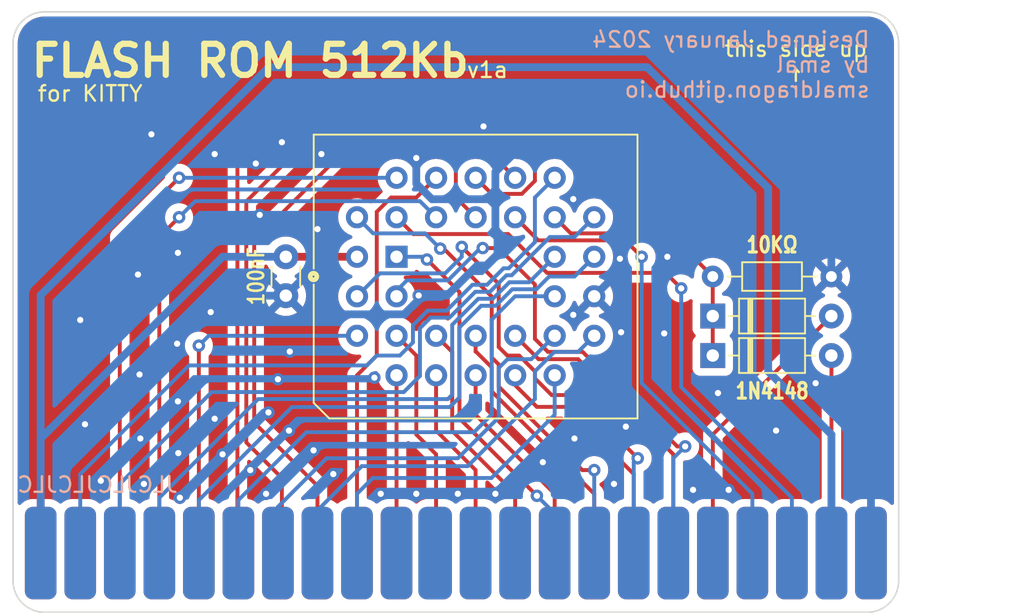
<source format=kicad_pcb>
(kicad_pcb (version 20221018) (generator pcbnew)
  (layers (0 "F.Cu" signal) (31 "B.Cu" signal) (34 "B.Paste" user) (35 "F.Paste" user) (36 "B.SilkS" user "B.Silkscreen") (37 "F.SilkS" user "F.Silkscreen") (38 "B.Mask" user) (39 "F.Mask" user) (44 "Edge.Cuts" user))
  (net 0 "")
  (net 1 "GND")
  (net 2 "+5V")
  (net 3 "Net-(D1-K)")
  (net 4 "~{SEL}")
  (net 5 "~{CART}")
  (net 6 "A15")
  (net 7 "D7")
  (net 8 "A14")
  (net 9 "D6")
  (net 10 "A13")
  (net 11 "D5")
  (net 12 "A12")
  (net 13 "D4")
  (net 14 "A11")
  (net 15 "D3")
  (net 16 "A10")
  (net 17 "D2")
  (net 18 "A9")
  (net 19 "D1")
  (net 20 "A8")
  (net 21 "D0")
  (net 22 "A7")
  (net 23 "B7")
  (net 24 "A6")
  (net 25 "B6")
  (net 26 "A5")
  (net 27 "B5")
  (net 28 "A4")
  (net 29 "B4")
  (net 30 "A3")
  (net 31 "B3")
  (net 32 "A2")
  (net 33 "B2")
  (net 34 "A1")
  (net 35 "B1")
  (net 36 "A0")
  (net 37 "B0")
  (net 38 "3M")
  (net 39 "~{NMI}")
  (net 40 "~{R}{slash}W")
  (net 41 "~{RESET}")
  (net 42 "R{slash}~{W}")
  (footprint "Diode_THT:D_DO-35_SOD27_P7.62mm_Horizontal" (layer "F.Cu") (at 86.355 78.74)
    (fp_text reference "D1" hide)
    (fp_text value "1N4148")
    (fp_line (start 1.04 0) (end 1.69 0) (stroke (width 0.12)) (layer "F.SilkS"))
    (fp_line (start 1.69 -1.12) (end 1.69 1.12) (stroke (width 0.12)) (layer "F.SilkS"))
    (fp_line (start 1.69 1.12) (end 5.93 1.12) (stroke (width 0.12)) (layer "F.SilkS"))
    (fp_line (start 2.29 -1.12) (end 2.29 1.12) (stroke (width 0.12)) (layer "F.SilkS"))
    (fp_line (start 2.41 -1.12) (end 2.41 1.12) (stroke (width 0.12)) (layer "F.SilkS"))
    (fp_line (start 2.53 -1.12) (end 2.53 1.12) (stroke (width 0.12)) (layer "F.SilkS"))
    (fp_line (start 5.93 -1.12) (end 1.69 -1.12) (stroke (width 0.12)) (layer "F.SilkS"))
    (fp_line (start 5.93 1.12) (end 5.93 -1.12) (stroke (width 0.12)) (layer "F.SilkS"))
    (fp_line (start 6.58 0) (end 5.93 0) (stroke (width 0.12)) (layer "F.SilkS"))
    (pad "1" thru_hole rect (at 0 0) (size 1.6 1.6) (drill 0.8) (layers "*.Cu" "*.Mask") (net 3 "Net-(D1-K)"))
    (pad "2" thru_hole oval (at 7.62 0) (size 1.6 1.6) (drill 0.8) (layers "*.Cu" "*.Mask") (net 4 "~{SEL}"))
  )
  (footprint "Capacitor_THT:C_Disc_D3.0mm_W1.6mm_P2.50mm" (layer "F.Cu") (at 58.928 74.89 90)
    (fp_text reference "C1" hide)
    (fp_text value "100nF" (at 1.25 -1.905 90) (layer "F.SilkS") (effects (font (size 1 0.8) (thickness 0.16) bold)))
    (fp_line (start 0.621 -0.92) (end 1.879 -0.92) (stroke (width 0.12)) (layer "F.SilkS"))
    (fp_line (start 0.621 0.92) (end 1.879 0.92) (stroke (width 0.12)) (layer "F.SilkS"))
    (pad "1" thru_hole circle (at 0 0 90) (size 1.6 1.6) (drill 0.8) (layers "*.Cu" "*.Mask") (net 1 "GND"))
    (pad "2" thru_hole circle (at 2.5 0 90) (size 1.6 1.6) (drill 0.8) (layers "*.Cu" "*.Mask") (net 2 "+5V"))
  )
  (footprint "PCM_Package_LCC_AKL:PLCC-32_THT-Socket" (layer "F.Cu") (at 66.04 72.39 90)
    (fp_text reference "U1" hide)
    (fp_text value "SST39SF040" hide)
    (fp_line (start -10.395 -4.32) (end -10.395 15.48) (stroke (width 0.12)) (layer "F.SilkS"))
    (fp_line (start -10.395 15.48) (end 7.855 15.48) (stroke (width 0.12)) (layer "F.SilkS"))
    (fp_line (start -9.395 -5.32) (end -10.395 -4.32) (stroke (width 0.12)) (layer "F.SilkS"))
    (fp_line (start -1.778 -5.32) (end -9.395 -5.32) (stroke (width 0.12)) (layer "F.SilkS"))
    (fp_line (start 7.855 -5.32) (end -0.762 -5.32) (stroke (width 0.12)) (layer "F.SilkS"))
    (fp_line (start 7.855 15.48) (end 7.855 -5.32) (stroke (width 0.12)) (layer "F.SilkS"))
    (fp_circle (center -1.27 -5.334) (end -1.2065 -5.334) (stroke (width 0.3)) (fill none) (layer "F.SilkS"))
    (pad "1" thru_hole rect (at 0 0 90) (size 1.4224 1.4224) (drill 0.8) (layers "*.Cu" "*.Mask") (net 31 "B3"))
    (pad "2" thru_hole circle (at -2.54 -2.54 90) (size 1.4224 1.4224) (drill 0.8) (layers "*.Cu" "*.Mask") (net 35 "B1"))
    (pad "3" thru_hole circle (at -2.54 0 90) (size 1.4224 1.4224) (drill 0.8) (layers "*.Cu" "*.Mask") (net 37 "B0"))
    (pad "4" thru_hole circle (at -5.08 -2.54 90) (size 1.4224 1.4224) (drill 0.8) (layers "*.Cu" "*.Mask") (net 12 "A12"))
    (pad "5" thru_hole circle (at -7.62 0 90) (size 1.4224 1.4224) (drill 0.8) (layers "*.Cu" "*.Mask") (net 22 "A7"))
    (pad "6" thru_hole circle (at -5.08 0 90) (size 1.4224 1.4224) (drill 0.8) (layers "*.Cu" "*.Mask") (net 24 "A6"))
    (pad "7" thru_hole circle (at -7.62 2.54 90) (size 1.4224 1.4224) (drill 0.8) (layers "*.Cu" "*.Mask") (net 26 "A5"))
    (pad "8" thru_hole circle (at -5.08 2.54 90) (size 1.4224 1.4224) (drill 0.8) (layers "*.Cu" "*.Mask") (net 28 "A4"))
    (pad "9" thru_hole circle (at -7.62 5.08 90) (size 1.4224 1.4224) (drill 0.8) (layers "*.Cu" "*.Mask") (net 30 "A3"))
    (pad "10" thru_hole circle (at -5.08 5.08 90) (size 1.4224 1.4224) (drill 0.8) (layers "*.Cu" "*.Mask") (net 32 "A2"))
    (pad "11" thru_hole circle (at -7.62 7.62 90) (size 1.4224 1.4224) (drill 0.8) (layers "*.Cu" "*.Mask") (net 34 "A1"))
    (pad "12" thru_hole circle (at -5.08 7.62 90) (size 1.4224 1.4224) (drill 0.8) (layers "*.Cu" "*.Mask") (net 36 "A0"))
    (pad "13" thru_hole circle (at -7.62 10.16 90) (size 1.4224 1.4224) (drill 0.8) (layers "*.Cu" "*.Mask") (net 21 "D0"))
    (pad "14" thru_hole circle (at -5.08 12.7 90) (size 1.4224 1.4224) (drill 0.8) (layers "*.Cu" "*.Mask") (net 19 "D1"))
    (pad "15" thru_hole circle (at -5.08 10.16 90) (size 1.4224 1.4224) (drill 0.8) (layers "*.Cu" "*.Mask") (net 17 "D2"))
    (pad "16" thru_hole circle (at -2.54 12.7 90) (size 1.4224 1.4224) (drill 0.8) (layers "*.Cu" "*.Mask") (net 1 "GND"))
    (pad "17" thru_hole circle (at -2.54 10.16 90) (size 1.4224 1.4224) (drill 0.8) (layers "*.Cu" "*.Mask") (net 15 "D3"))
    (pad "18" thru_hole circle (at 0 12.7 90) (size 1.4224 1.4224) (drill 0.8) (layers "*.Cu" "*.Mask") (net 13 "D4"))
    (pad "19" thru_hole circle (at 0 10.16 90) (size 1.4224 1.4224) (drill 0.8) (layers "*.Cu" "*.Mask") (net 11 "D5"))
    (pad "20" thru_hole circle (at 2.54 12.7 90) (size 1.4224 1.4224) (drill 0.8) (layers "*.Cu" "*.Mask") (net 9 "D6"))
    (pad "21" thru_hole circle (at 5.08 10.16 90) (size 1.4224 1.4224) (drill 0.8) (layers "*.Cu" "*.Mask") (net 7 "D7"))
    (pad "22" thru_hole circle (at 2.54 10.16 90) (size 1.4224 1.4224) (drill 0.8) (layers "*.Cu" "*.Mask") (net 3 "Net-(D1-K)"))
    (pad "23" thru_hole circle (at 5.08 7.62 90) (size 1.4224 1.4224) (drill 0.8) (layers "*.Cu" "*.Mask") (net 16 "A10"))
    (pad "24" thru_hole circle (at 2.54 7.62 90) (size 1.4224 1.4224) (drill 0.8) (layers "*.Cu" "*.Mask") (net 40 "~{R}{slash}W"))
    (pad "25" thru_hole circle (at 5.08 5.08 90) (size 1.4224 1.4224) (drill 0.8) (layers "*.Cu" "*.Mask") (net 14 "A11"))
    (pad "26" thru_hole circle (at 2.54 5.08 90) (size 1.4224 1.4224) (drill 0.8) (layers "*.Cu" "*.Mask") (net 18 "A9"))
    (pad "27" thru_hole circle (at 5.08 2.54 90) (size 1.4224 1.4224) (drill 0.8) (layers "*.Cu" "*.Mask") (net 20 "A8"))
    (pad "28" thru_hole circle (at 2.54 2.54 90) (size 1.4224 1.4224) (drill 0.8) (layers "*.Cu" "*.Mask") (net 10 "A13"))
    (pad "29" thru_hole circle (at 5.08 0 90) (size 1.4224 1.4224) (drill 0.8) (layers "*.Cu" "*.Mask") (net 8 "A14"))
    (pad "30" thru_hole circle (at 2.54 -2.54 90) (size 1.4224 1.4224) (drill 0.8) (layers "*.Cu" "*.Mask") (net 33 "B2"))
    (pad "31" thru_hole circle (at 2.54 0 90) (size 1.4224 1.4224) (drill 0.8) (layers "*.Cu" "*.Mask") (net 42 "R{slash}~{W}"))
    (pad "32" thru_hole circle (at 0 -2.54 90) (size 1.4224 1.4224) (drill 0.8) (layers "*.Cu" "*.Mask") (net 2 "+5V"))
  )
  (footprint "Diode_THT:D_DO-35_SOD27_P7.62mm_Horizontal" (layer "F.Cu") (at 86.355 76.2)
    (fp_text reference "D2" hide)
    (fp_text value "1N4148" (at 3.815 4.826) (layer "F.SilkS") (effects (font (size 1 0.8) (thickness 0.2) bold)))
    (fp_line (start 1.04 0) (end 1.69 0) (stroke (width 0.12)) (layer "F.SilkS"))
    (fp_line (start 1.69 -1.12) (end 1.69 1.12) (stroke (width 0.12)) (layer "F.SilkS"))
    (fp_line (start 1.69 1.12) (end 5.93 1.12) (stroke (width 0.12)) (layer "F.SilkS"))
    (fp_line (start 2.29 -1.12) (end 2.29 1.12) (stroke (width 0.12)) (layer "F.SilkS"))
    (fp_line (start 2.41 -1.12) (end 2.41 1.12) (stroke (width 0.12)) (layer "F.SilkS"))
    (fp_line (start 2.53 -1.12) (end 2.53 1.12) (stroke (width 0.12)) (layer "F.SilkS"))
    (fp_line (start 5.93 -1.12) (end 1.69 -1.12) (stroke (width 0.12)) (layer "F.SilkS"))
    (fp_line (start 5.93 1.12) (end 5.93 -1.12) (stroke (width 0.12)) (layer "F.SilkS"))
    (fp_line (start 6.58 0) (end 5.93 0) (stroke (width 0.12)) (layer "F.SilkS"))
    (pad "1" thru_hole rect (at 0 0) (size 1.6 1.6) (drill 0.8) (layers "*.Cu" "*.Mask") (net 3 "Net-(D1-K)"))
    (pad "2" thru_hole oval (at 7.62 0) (size 1.6 1.6) (drill 0.8) (layers "*.Cu" "*.Mask") (net 5 "~{CART}"))
  )
  (footprint "Smal:KITTY_Cart_Edge" (layer "F.Cu") (at 97.79 88.4435 180)
    (fp_text reference "J1" hide)
    (fp_text value "Conn_02x22_Odd_Even")
    (pad "1" smd roundrect (at 54.61 -2.9965) (size 2.032 5.945) (layers "F.Cu" "F.Paste" "F.Mask") (net 1 "GND"))
    (pad "2" smd roundrect (at 54.61 -2.9965) (size 2.032 5.945) (layers "B.Cu" "B.Paste" "B.Mask") (net 2 "+5V"))
    (pad "3" smd roundrect (at 52.07 -2.9965) (size 2.032 5.945) (layers "F.Cu" "F.Paste" "F.Mask") (net 6 "A15"))
    (pad "4" smd roundrect (at 52.07 -2.9965) (size 2.032 5.945) (layers "B.Cu" "B.Paste" "B.Mask") (net 7 "D7"))
    (pad "5" smd roundrect (at 49.53 -2.9965) (size 2.032 5.945) (layers "F.Cu" "F.Paste" "F.Mask") (net 8 "A14"))
    (pad "6" smd roundrect (at 49.53 -2.9965) (size 2.032 5.945) (layers "B.Cu" "B.Paste" "B.Mask") (net 9 "D6"))
    (pad "7" smd roundrect (at 46.99 -2.9965) (size 2.032 5.945) (layers "F.Cu" "F.Paste" "F.Mask") (net 10 "A13"))
    (pad "8" smd roundrect (at 46.99 -2.9965) (size 2.032 5.945) (layers "B.Cu" "B.Paste" "B.Mask") (net 11 "D5"))
    (pad "9" smd roundrect (at 44.45 -2.9965) (size 2.032 5.945) (layers "F.Cu" "F.Paste" "F.Mask") (net 12 "A12"))
    (pad "10" smd roundrect (at 44.45 -2.9965) (size 2.032 5.945) (layers "B.Cu" "B.Paste" "B.Mask") (net 13 "D4"))
    (pad "11" smd roundrect (at 41.91 -2.9965) (size 2.032 5.945) (layers "F.Cu" "F.Paste" "F.Mask") (net 14 "A11"))
    (pad "12" smd roundrect (at 41.91 -3) (size 2.032 5.952) (layers "B.Cu" "B.Paste" "B.Mask") (net 15 "D3"))
    (pad "13" smd roundrect (at 39.37 -3) (size 2.032 5.952) (layers "F.Cu" "F.Paste" "F.Mask") (net 16 "A10"))
    (pad "14" smd roundrect (at 39.37 -2.9965) (size 2.032 5.945) (layers "B.Cu" "B.Paste" "B.Mask") (net 17 "D2"))
    (pad "15" smd roundrect (at 36.83 -3) (size 2.032 5.952) (layers "F.Cu" "F.Paste" "F.Mask") (net 18 "A9"))
    (pad "16" smd roundrect (at 36.83 -2.9965) (size 2.032 5.945) (layers "B.Cu" "B.Paste" "B.Mask") (net 19 "D1"))
    (pad "17" smd roundrect (at 34.29 -2.9965) (size 2.032 5.945) (layers "F.Cu" "F.Paste" "F.Mask") (net 20 "A8"))
    (pad "18" smd roundrect (at 34.29 -2.9965) (size 2.032 5.945) (layers "B.Cu" "B.Paste" "B.Mask") (net 21 "D0"))
    (pad "19" smd roundrect (at 31.75 -2.9965) (size 2.032 5.945) (layers "F.Cu" "F.Paste" "F.Mask") (net 22 "A7"))
    (pad "20" smd roundrect (at 31.75 -2.9965) (size 2.032 5.945) (layers "B.Cu" "B.Paste" "B.Mask") (net 23 "B7"))
    (pad "21" smd roundrect (at 29.21 -2.9965) (size 2.032 5.945) (layers "F.Cu" "F.Paste" "F.Mask") (net 24 "A6"))
    (pad "22" smd roundrect (at 29.2735 -3) (size 2.159 5.952) (layers "B.Cu" "B.Paste" "B.Mask") (net 25 "B6"))
    (pad "23" smd roundrect (at 26.67 -2.9965) (size 2.032 5.945) (layers "F.Cu" "F.Paste" "F.Mask") (net 26 "A5"))
    (pad "24" smd roundrect (at 26.67 -2.9965) (size 2.032 5.945) (layers "B.Cu" "B.Paste" "B.Mask") (net 27 "B5"))
    (pad "25" smd roundrect (at 24.13 -2.9965) (size 2.032 5.945) (layers "F.Cu" "F.Paste" "F.Mask") (net 28 "A4"))
    (pad "26" smd roundrect (at 24.13 -2.9965) (size 2.032 5.945) (layers "B.Cu" "B.Paste" "B.Mask") (net 29 "B4"))
    (pad "27" smd roundrect (at 21.59 -2.9965) (size 2.032 5.945) (layers "F.Cu" "F.Paste" "F.Mask") (net 30 "A3"))
    (pad "28" smd roundrect (at 21.59 -2.9965) (size 2.032 5.945) (layers "B.Cu" "B.Paste" "B.Mask") (net 31 "B3"))
    (pad "29" smd roundrect (at 19.05 -3) (size 2.032 5.952) (layers "F.Cu" "F.Paste" "F.Mask") (net 32 "A2"))
    (pad "30" smd roundrect (at 19.05 -2.9965) (size 2.032 5.945) (layers "B.Cu" "B.Paste" "B.Mask") (net 33 "B2"))
    (pad "31" smd roundrect (at 16.51 -2.9965) (size 2.032 5.945) (layers "F.Cu" "F.Paste" "F.Mask") (net 34 "A1"))
    (pad "32" smd roundrect (at 16.51 -2.9965) (size 2.032 5.945) (layers "B.Cu" "B.Paste" "B.Mask") (net 35 "B1"))
    (pad "33" smd roundrect (at 13.97 -2.9965) (size 2.032 5.945) (layers "F.Cu" "F.Paste" "F.Mask") (net 36 "A0"))
    (pad "34" smd roundrect (at 13.97 -3) (size 2.032 5.952) (layers "B.Cu" "B.Paste" "B.Mask") (net 37 "B0"))
    (pad "35" smd roundrect (at 11.43 -3) (size 2.032 5.952) (layers "F.Cu" "F.Paste" "F.Mask") (net 5 "~{CART}"))
    (pad "36" smd roundrect (at 11.43 -2.9965) (size 2.032 5.945) (layers "B.Cu" "B.Paste" "B.Mask") (net 38 "3M"))
    (pad "37" smd roundrect (at 8.89 -2.9965) (size 2.032 5.945) (layers "F.Cu" "F.Paste" "F.Mask") (net 39 "~{NMI}"))
    (pad "38" smd roundrect (at 8.89 -2.9965) (size 2.032 5.945) (layers "B.Cu" "B.Paste" "B.Mask") (net 40 "~{R}{slash}W"))
    (pad "39" smd roundrect (at 6.35 -2.9965) (size 2.032 5.945) (layers "F.Cu" "F.Paste" "F.Mask") (net 41 "~{RESET}"))
    (pad "40" smd roundrect (at 6.35 -2.9965) (size 2.032 5.945) (layers "B.Cu" "B.Paste" "B.Mask") (net 42 "R{slash}~{W}"))
    (pad "41" smd roundrect (at 3.81 -2.9965) (size 2.032 5.945) (layers "F.Cu" "F.Paste" "F.Mask") (net 4 "~{SEL}"))
    (pad "42" smd roundrect (at 3.81 -3) (size 2.032 5.952) (layers "B.Cu" "B.Paste" "B.Mask") (net 2 "+5V"))
    (pad "43" smd roundrect (at 1.27 -2.9965) (size 2.032 5.945) (layers "F.Cu" "F.Paste" "F.Mask"))
    (pad "44" smd roundrect (at 1.27 -2.9965) (size 2.032 5.945) (layers "B.Cu" "B.Paste" "B.Mask") (net 1 "GND"))
  )
  (footprint "Resistor_THT:R_Axial_DIN0204_L3.6mm_D1.6mm_P7.62mm_Horizontal" (layer "F.Cu") (at 93.975 73.66 180)
    (fp_text reference "R1" hide)
    (fp_text value "10KΩ" (at 3.805 2.032) (layer "F.SilkS") (effects (font (size 1 0.8) (thickness 0.2) bold)))
    (fp_line (start 0.94 0) (end 1.89 0) (stroke (width 0.12)) (layer "F.SilkS"))
    (fp_line (start 1.89 -0.92) (end 1.89 0.92) (stroke (width 0.12)) (layer "F.SilkS"))
    (fp_line (start 1.89 0.92) (end 5.73 0.92) (stroke (width 0.12)) (layer "F.SilkS"))
    (fp_line (start 5.73 -0.92) (end 1.89 -0.92) (stroke (width 0.12)) (layer "F.SilkS"))
    (fp_line (start 5.73 0.92) (end 5.73 -0.92) (stroke (width 0.12)) (layer "F.SilkS"))
    (fp_line (start 6.68 0) (end 5.73 0) (stroke (width 0.12)) (layer "F.SilkS"))
    (pad "1" thru_hole circle (at 0 0 180) (size 1.4 1.4) (drill 0.7) (layers "*.Cu" "*.Mask") (net 1 "GND"))
    (pad "2" thru_hole oval (at 7.62 0 180) (size 1.4 1.4) (drill 0.7) (layers "*.Cu" "*.Mask") (net 3 "Net-(D1-K)"))
  )
  (gr_line (start 41.402 58.674) (end 41.402 93.218) (stroke (width 0.1)) (layer "Edge.Cuts"))
  (gr_arc (start 98.298 93.217999) (mid 97.702841 94.65484) (end 96.266 95.249999) (stroke (width 0.1)) (layer "Edge.Cuts"))
  (gr_arc (start 43.434 95.25) (mid 41.997159 94.654841) (end 41.402 93.218) (stroke (width 0.1)) (layer "Edge.Cuts"))
  (gr_line (start 43.434 56.642) (end 96.266 56.642) (stroke (width 0.1)) (layer "Edge.Cuts"))
  (gr_arc (start 96.265999 56.642001) (mid 97.70284 57.23716) (end 98.297999 58.674001) (stroke (width 0.1)) (layer "Edge.Cuts"))
  (gr_line (start 98.298 93.218) (end 98.297999 58.674001) (stroke (width 0.1)) (layer "Edge.Cuts"))
  (gr_arc (start 41.402 58.674) (mid 41.997159 57.237159) (end 43.434 56.642) (stroke (width 0.1)) (layer "Edge.Cuts"))
  (gr_line (start 96.266 95.249999) (end 43.434 95.25) (stroke (width 0.1)) (layer "Edge.Cuts"))
  (gr_text "JLCJLCJLCJLC" (at 52.07 87.63) (layer "B.SilkS") (effects (font (size 1 1)) (justify left bottom mirror)))
  (gr_text "Designed January 2024\nby smal\nsmaldragon.github.io" (at 96.52 62.23) (layer "B.SilkS") (effects (font (size 1 1)) (justify left bottom mirror)))
  (gr_text "for KITTY" (at 46.355 62.484) (layer "F.SilkS") (effects (font (size 1 1)) (justify bottom)))
  (gr_text "FLASH ROM 512Kb" (at 56.642 60.96) (layer "F.SilkS") (effects (font (size 2 2) (thickness 0.4) bold) (justify bottom)))
  (gr_text "v1a" (at 71.882 60.96) (layer "F.SilkS") (effects (font (size 1 1)) (justify bottom)))
  (gr_text "this side up\n↑" (at 91.694 61.214) (layer "F.SilkS") (effects (font (size 1 1)) (justify bottom)))
  (segment (start 64.6176 87.2236) (end 65.024 87.63) (width 0.5) (layer "F.Cu") (net 1))
  (segment (start 43.18 71.628) (end 50.292 64.516) (width 0.5) (layer "F.Cu") (net 1))
  (segment (start 50.292 64.516) (end 53.086 64.516) (width 0.5) (layer "F.Cu") (net 1))
  (segment (start 64.6176 80.1624) (end 64.6176 87.2236) (width 0.5) (layer "F.Cu") (net 1))
  (segment (start 90.424 83.566) (end 87.376 86.614) (width 0.5) (layer "F.Cu") (net 1))
  (segment (start 54.356 65.786) (end 54.356 75.692) (width 0.5) (layer "F.Cu") (net 1))
  (segment (start 53.086 64.516) (end 54.356 65.786) (width 0.5) (layer "F.Cu") (net 1))
  (segment (start 54.356 75.692) (end 54.102 75.946) (width 0.5) (layer "F.Cu") (net 1))
  (segment (start 87.376 86.614) (end 87.376 87.376) (width 0.5) (layer "F.Cu") (net 1))
  (segment (start 43.18 91.44) (end 43.18 71.628) (width 0.5) (layer "F.Cu") (net 1))
  (via (at 49.5808 84.074) (size 0.8) (drill 0.4) (layers "F.Cu" "B.Cu") (net 1))
  (via (at 51.943 77.978) (size 0.8) (drill 0.4) (layers "F.Cu" "B.Cu") (net 1))
  (via (at 69.977 87.63) (size 0.8) (drill 0.4) (layers "F.Cu" "B.Cu") (net 1))
  (via (at 64.6176 80.1624) (size 0.8) (drill 0.4) (layers "F.Cu" "B.Cu") (net 1))
  (via (at 87.376 87.376) (size 0.8) (drill 0.4) (layers "F.Cu" "B.Cu") (net 1))
  (via (at 49.4284 73.533) (size 0.8) (drill 0.4) (layers "F.Cu" "B.Cu") (net 1))
  (via (at 75.438 85.598) (size 0.8) (drill 0.4) (layers "F.Cu" "B.Cu") (net 1))
  (via (at 57.2516 69.6976) (size 0.8) (drill 0.4) (layers "F.Cu" "B.Cu") (net 1))
  (via (at 52.0192 85.0138) (size 0.8) (drill 0.4) (layers "F.Cu" "B.Cu") (net 1))
  (via (at 54.864 85.09) (size 0.8) (drill 0.4) (layers "F.Cu" "B.Cu") (net 1))
  (via (at 49.53 79.9592) (size 0.8) (drill 0.4) (layers "F.Cu" "B.Cu") (net 1))
  (via (at 52.1208 87.884) (size 0.8) (drill 0.4) (layers "F.Cu" "B.Cu") (net 1))
  (via (at 56.642 86.106) (size 0.8) (drill 0.4) (layers "F.Cu" "B.Cu") (net 1))
  (via (at 77.3938 76.1238) (size 0.8) (drill 0.4) (layers "F.Cu" "B.Cu") (net 1))
  (via (at 83.439 72.39) (size 0.8) (drill 0.4) (layers "F.Cu" "B.Cu") (net 1))
  (via (at 51.9938 72.136) (size 0.8) (drill 0.4) (layers "F.Cu" "B.Cu") (net 1))
  (via (at 49.8094 86.995) (size 0.8) (drill 0.4) (layers "F.Cu" "B.Cu") (net 1))
  (via (at 57.8104 82.3976) (size 0.8) (drill 0.4) (layers "F.Cu" "B.Cu") (net 1))
  (via (at 77.47 84.074) (size 0.8) (drill 0.4) (layers "F.Cu" "B.Cu") (net 1))
  (via (at 61.214 65.786) (size 0.8) (drill 0.4) (layers "F.Cu" "B.Cu") (net 1))
  (via (at 60.706 84.836) (size 0.8) (drill 0.4) (layers "F.Cu" "B.Cu") (net 1))
  (via (at 50.292 64.516) (size 0.8) (drill 0.4) (layers "F.Cu" "B.Cu") (net 1))
  (via (at 47.0408 86.7918) (size 0.8) (drill 0.4) (layers "F.Cu" "B.Cu") (net 1))
  (via (at 77.3938 68.6816) (size 0.8) (drill 0.4) (layers "F.Cu" "B.Cu") (net 1))
  (via (at 51.9938 81.6864) (size 0.8) (drill 0.4) (layers "F.Cu" "B.Cu") (net 1))
  (via (at 67.4624 74.8792) (size 0.8) (drill 0.4) (layers "F.Cu" "B.Cu") (net 1))
  (via (at 67.31 87.63) (size 0.8) (drill 0.4) (layers "F.Cu" "B.Cu") (net 1))
  (via (at 72.39 87.63) (size 0.8) (drill 0.4) (layers "F.Cu" "B.Cu") (net 1))
  (via (at 65.024 87.63) (size 0.8) (drill 0.4) (layers "F.Cu" "B.Cu") (net 1))
  (via (at 80.391 72.517) (size 0.8) (drill 0.4) (layers "F.Cu" "B.Cu") (net 1))
  (via (at 57.658 87.63) (size 0.8) (drill 0.4) (layers "F.Cu" "B.Cu") (net 1))
  (via (at 80.01 86.995) (size 0.8) (drill 0.4) (layers "F.Cu" "B.Cu") (net 1))
  (via (at 56.9976 66.3956) (size 0.8) (drill 0.4) (layers "F.Cu" "B.Cu") (net 1))
  (via (at 58.674 65.024) (size 0.8) (drill 0.4) (layers "F.Cu" "B.Cu") (net 1))
  (via (at 90.424 83.566) (size 0.8) (drill 0.4) (layers "F.Cu" "B.Cu") (net 1))
  (via (at 59.1312 83.566) (size 0.8) (drill 0.4) (layers "F.Cu" "B.Cu") (net 1))
  (via (at 67.31 66.04) (size 0.8) (drill 0.4) (layers "F.Cu" "B.Cu") (net 1))
  (via (at 80.772 83.312) (size 0.8) (drill 0.4) (layers "F.Cu" "B.Cu") (net 1))
  (via (at 54.102 75.946) (size 0.8) (drill 0.4) (layers "F.Cu" "B.Cu") (net 1))
  (via (at 54.356 65.786) (size 0.8) (drill 0.4) (layers "F.Cu" "B.Cu") (net 1))
  (via (at 54.356 82.804) (size 0.8) (drill 0.4) (layers "F.Cu" "B.Cu") (net 1))
  (via (at 46.0248 83.1596) (size 0.8) (drill 0.4) (layers "F.Cu" "B.Cu") (net 1))
  (via (at 58.42 80.264) (size 0.8) (drill 0.4) (layers "F.Cu" "B.Cu") (net 1))
  (via (at 85.09 87.376) (size 0.8) (drill 0.4) (layers "F.Cu" "B.Cu") (net 1))
  (via (at 45.72 76.454) (size 0.8) (drill 0.4) (layers "F.Cu" "B.Cu") (net 1))
  (via (at 61.976 86.36) (size 0.8) (drill 0.4) (layers "F.Cu" "B.Cu") (net 1))
  (via (at 83.2358 77.3176) (size 0.8) (drill 0.4) (layers "F.Cu" "B.Cu") (net 1))
  (via (at 80.4672 77.2414) (size 0.8) (drill 0.4) (layers "F.Cu" "B.Cu") (net 1))
  (via (at 59.182 78.486) (size 0.8) (drill 0.4) (layers "F.Cu" "B.Cu") (net 1))
  (via (at 60.96 70.612) (size 0.8) (drill 0.4) (layers "F.Cu" "B.Cu") (net 1))
  (via (at 86.6902 81.153) (size 0.8) (drill 0.4) (layers "F.Cu" "B.Cu") (net 1))
  (via (at 71.628 64.008) (size 0.8) (drill 0.4) (layers "F.Cu" "B.Cu") (net 1))
  (via (at 92.964 80.518) (size 0.8) (drill 0.4) (layers "F.Cu" "B.Cu") (net 1))
  (segment (start 71.2216 72.9488) (end 69.2912 74.8792) (width 0.5) (layer "B.Cu") (net 1))
  (segment (start 72.39 69.088) (end 72.39 70.9828) (width 0.5) (layer "B.Cu") (net 1))
  (segment (start 76.5556 65.7352) (end 80.391 69.5706) (width 0.5) (layer "B.Cu") (net 1))
  (segment (start 72.39 69.088) (end 71.9908 68.6888) (width 0.5) (layer "B.Cu") (net 1))
  (segment (start 55.88 58.928) (end 50.292 64.516) (width 0.5) (layer "B.Cu") (net 1))
  (segment (start 60.1292 76.0912) (end 58.928 74.89) (width 0.5) (layer "B.Cu") (net 1))
  (segment (start 81.859296 58.928) (end 74.422 58.928) (width 0.5) (layer "B.Cu") (net 1))
  (segment (start 69.977 87.63) (end 67.31 87.63) (width 0.5) (layer "B.Cu") (net 1))
  (segment (start 67.4624 74.8792) (end 67.4624 75.149785) (width 0.5) (layer "B.Cu") (net 1))
  (segment (start 67.31 67.682185) (end 67.31 66.04) (width 0.5) (layer "B.Cu") (net 1))
  (segment (start 67.4624 75.149785) (end 66.520985 76.0912) (width 0.5) (layer "B.Cu") (net 1))
  (segment (start 72.5272 71.12) (end 72.5272 72.224703) (width 0.5) (layer "B.Cu") (net 1))
  (segment (start 96.52 76.205) (end 93.975 73.66) (width 0.5) (layer "B.Cu") (net 1))
  (segment (start 96.52 91.44) (end 96.52 76.205) (width 0.5) (layer "B.Cu") (net 1))
  (segment (start 74.422 58.928) (end 55.88 58.928) (width 0.5) (layer "B.Cu") (net 1))
  (segment (start 54.102 75.946) (end 55.158 74.89) (width 0.5) (layer "B.Cu") (net 1))
  (segment (start 72.39 66.937815) (end 73.592615 65.7352) (width 0.5) (layer "B.Cu") (net 1))
  (segment (start 60.96 72.858) (end 60.96 70.612) (width 0.5) (layer "B.Cu") (net 1))
  (segment (start 80.391 69.5706) (end 80.391 72.517) (width 0.5) (layer "B.Cu") (net 1))
  (segment (start 93.975 71.043704) (end 81.859296 58.928) (width 0.5) (layer "B.Cu") (net 1))
  (segment (start 71.9908 68.6888) (end 68.316615 68.6888) (width 0.5) (layer "B.Cu") (net 1))
  (segment (start 67.31 87.63) (end 65.024 87.63) (width 0.5) (layer "B.Cu") (net 1))
  (segment (start 68.316615 68.6888) (end 67.31 67.682185) (width 0.5) (layer "B.Cu") (net 1))
  (segment (start 55.158 74.89) (end 58.928 74.89) (width 0.5) (layer "B.Cu") (net 1))
  (segment (start 72.5272 72.224703) (end 71.803103 72.9488) (width 0.5) (layer "B.Cu") (net 1))
  (segment (start 72.39 69.088) (end 72.39 66.937815) (width 0.5) (layer "B.Cu") (net 1))
  (segment (start 73.592615 65.7352) (end 76.5556 65.7352) (width 0.5) (layer "B.Cu") (net 1))
  (segment (start 87.376 87.376) (end 85.09 87.376) (width 0.5) (layer "B.Cu") (net 1))
  (segment (start 75.438 85.598) (end 74.422 85.598) (width 0.5) (layer "B.Cu") (net 1))
  (segment (start 66.520985 76.0912) (end 60.1292 76.0912) (width 0.5) (layer "B.Cu") (net 1))
  (segment (start 71.803103 72.9488) (end 71.2216 72.9488) (width 0.5) (layer "B.Cu") (net 1))
  (segment (start 69.2912 74.8792) (end 67.4624 74.8792) (width 0.5) (layer "B.Cu") (net 1))
  (segment (start 72.39 70.9828) (end 72.5272 71.12) (width 0.5) (layer "B.Cu") (net 1))
  (segment (start 93.975 73.66) (end 93.975 71.043704) (width 0.5) (layer "B.Cu") (net 1))
  (segment (start 69.977 87.63) (end 72.39 87.63) (width 0.5) (layer "B.Cu") (net 1))
  (segment (start 58.928 74.89) (end 60.96 72.858) (width 0.5) (layer "B.Cu") (net 1))
  (segment (start 74.422 85.598) (end 72.39 87.63) (width 0.5) (layer "B.Cu") (net 1))
  (segment (start 63.5 72.39) (end 58.928 72.39) (width 0.5) (layer "F.Cu") (net 2))
  (segment (start 57.838497 60.198) (end 82.139346 60.198) (width 0.5) (layer "B.Cu") (net 2))
  (segment (start 93.98 83.82) (end 93.98 91.4435) (width 0.5) (layer "B.Cu") (net 2))
  (segment (start 43.18 84.074) (end 43.18 91.44) (width 0.5) (layer "B.Cu") (net 2))
  (segment (start 43.18 74.856497) (end 57.838497 60.198) (width 0.5) (layer "B.Cu") (net 2))
  (segment (start 89.916 67.974654) (end 89.916 79.756) (width 0.5) (layer "B.Cu") (net 2))
  (segment (start 54.864 72.39) (end 43.18 84.074) (width 0.5) (layer "B.Cu") (net 2))
  (segment (start 89.916 79.756) (end 93.98 83.82) (width 0.5) (layer "B.Cu") (net 2))
  (segment (start 43.18 84.074) (end 43.18 74.856497) (width 0.5) (layer "B.Cu") (net 2))
  (segment (start 58.928 72.39) (end 54.864 72.39) (width 0.5) (layer "B.Cu") (net 2))
  (segment (start 82.139346 60.198) (end 89.916 67.974654) (width 0.5) (layer "B.Cu") (net 2))
  (segment (start 86.355 73.66) (end 83.5812 70.8862) (width 0.25) (layer "F.Cu") (net 3))
  (segment (start 86.355 73.66) (end 86.355 76.2) (width 0.25) (layer "F.Cu") (net 3))
  (segment (start 86.355 78.74) (end 86.355 76.2) (width 0.25) (layer "F.Cu") (net 3))
  (segment (start 77.2362 70.8862) (end 76.2 69.85) (width 0.25) (layer "F.Cu") (net 3))
  (segment (start 83.5812 70.8862) (end 77.2362 70.8862) (width 0.25) (layer "F.Cu") (net 3))
  (segment (start 93.98 78.745) (end 93.975 78.74) (width 0.25) (layer "F.Cu") (net 4))
  (segment (start 93.98 91.44) (end 93.98 78.745) (width 0.25) (layer "F.Cu") (net 4))
  (segment (start 93.975 76.2) (end 86.36 83.815) (width 0.25) (layer "F.Cu") (net 5))
  (segment (start 86.36 83.815) (end 86.36 91.4435) (width 0.25) (layer "F.Cu") (net 5))
  (segment (start 76.2 67.31) (end 74.93 68.58) (width 0.25) (layer "B.Cu") (net 7))
  (segment (start 71.854816 74.1896) (end 70.916412 74.1896) (width 0.25) (layer "B.Cu") (net 7))
  (segment (start 64.135 79.375) (end 52.705 79.375) (width 0.25) (layer "B.Cu") (net 7))
  (segment (start 69.253714 75.852298) (end 68.038702 75.852298) (width 0.25) (layer "B.Cu") (net 7))
  (segment (start 66.253009 78.74) (end 64.77 78.74) (width 0.25) (layer "B.Cu") (net 7))
  (segment (start 73.248804 73.13) (end 72.914416 73.13) (width 0.25) (layer "B.Cu") (net 7))
  (segment (start 52.705 79.375) (end 45.72 86.36) (width 0.25) (layer "B.Cu") (net 7))
  (segment (start 64.77 78.74) (end 64.135 79.375) (width 0.25) (layer "B.Cu") (net 7))
  (segment (start 68.038702 75.852298) (end 67.0938 76.7972) (width 0.25) (layer "B.Cu") (net 7))
  (segment (start 67.0938 76.7972) (end 67.0938 77.899209) (width 0.25) (layer "B.Cu") (net 7))
  (segment (start 70.916412 74.1896) (end 69.253714 75.852298) (width 0.25) (layer "B.Cu") (net 7))
  (segment (start 72.914416 73.13) (end 71.854816 74.1896) (width 0.25) (layer "B.Cu") (net 7))
  (segment (start 45.72 86.36) (end 45.72 91.44) (width 0.25) (layer "B.Cu") (net 7))
  (segment (start 74.93 68.58) (end 74.93 71.448804) (width 0.25) (layer "B.Cu") (net 7))
  (segment (start 67.0938 77.899209) (end 66.253009 78.74) (width 0.25) (layer "B.Cu") (net 7))
  (segment (start 74.93 71.448804) (end 73.248804 73.13) (width 0.25) (layer "B.Cu") (net 7))
  (segment (start 48.26 91.44) (end 48.26 71.12) (width 0.25) (layer "F.Cu") (net 8))
  (segment (start 48.26 71.12) (end 52.07 67.31) (width 0.25) (layer "F.Cu") (net 8))
  (via (at 52.07 67.31) (size 0.8) (drill 0.4) (layers "F.Cu" "B.Cu") (net 8))
  (segment (start 52.07 67.31) (end 66.04 67.31) (width 0.25) (layer "B.Cu") (net 8))
  (segment (start 67.5438 76.983596) (end 67.5438 80.0504) (width 0.25) (layer "B.Cu") (net 9))
  (segment (start 66.5052 81.089) (end 54.166 81.089) (width 0.25) (layer "B.Cu") (net 9))
  (segment (start 54.166 81.089) (end 48.26 86.995) (width 0.25) (layer "B.Cu") (net 9))
  (segment (start 72.041212 74.6396) (end 71.102808 74.6396) (width 0.25) (layer "B.Cu") (net 9))
  (segment (start 73.100812 73.58) (end 72.041212 74.6396) (width 0.25) (layer "B.Cu") (net 9))
  (segment (start 71.102808 74.6396) (end 69.44011 76.302298) (width 0.25) (layer "B.Cu") (net 9))
  (segment (start 69.44011 76.302298) (end 68.225098 76.302298) (width 0.25) (layer "B.Cu") (net 9))
  (segment (start 67.5438 80.0504) (end 66.5052 81.089) (width 0.25) (layer "B.Cu") (net 9))
  (segment (start 77.47 71.12) (end 75.8952 71.12) (width 0.25) (layer "B.Cu") (net 9))
  (segment (start 73.4352 73.58) (end 73.100812 73.58) (width 0.25) (layer "B.Cu") (net 9))
  (segment (start 78.74 69.85) (end 77.47 71.12) (width 0.25) (layer "B.Cu") (net 9))
  (segment (start 48.26 86.995) (end 48.26 91.44) (width 0.25) (layer "B.Cu") (net 9))
  (segment (start 75.8952 71.12) (end 73.4352 73.58) (width 0.25) (layer "B.Cu") (net 9))
  (segment (start 68.225098 76.302298) (end 67.5438 76.983596) (width 0.25) (layer "B.Cu") (net 9))
  (segment (start 50.8 91.44) (end 50.8 71.12) (width 0.25) (layer "F.Cu") (net 10))
  (segment (start 50.8 71.12) (end 52.07 69.85) (width 0.25) (layer "F.Cu") (net 10))
  (via (at 52.07 69.85) (size 0.8) (drill 0.4) (layers "F.Cu" "B.Cu") (net 10))
  (segment (start 67.5438 68.8138) (end 68.58 69.85) (width 0.25) (layer "B.Cu") (net 10))
  (segment (start 52.07 69.85) (end 53.1062 68.8138) (width 0.25) (layer "B.Cu") (net 10))
  (segment (start 53.1062 68.8138) (end 67.5438 68.8138) (width 0.25) (layer "B.Cu") (net 10))
  (segment (start 57.145 81.539) (end 50.8 87.884) (width 0.25) (layer "B.Cu") (net 11))
  (segment (start 69.6162 76.762604) (end 69.6162 81.2598) (width 0.25) (layer "B.Cu") (net 11))
  (segment (start 71.289204 75.0896) (end 69.6162 76.762604) (width 0.25) (layer "B.Cu") (net 11))
  (segment (start 72.227608 75.0896) (end 71.289204 75.0896) (width 0.25) (layer "B.Cu") (net 11))
  (segment (start 69.337 81.539) (end 57.145 81.539) (width 0.25) (layer "B.Cu") (net 11))
  (segment (start 76.2 72.39) (end 74.56 74.03) (width 0.25) (layer "B.Cu") (net 11))
  (segment (start 74.56 74.03) (end 73.287208 74.03) (width 0.25) (layer "B.Cu") (net 11))
  (segment (start 69.6162 81.2598) (end 69.337 81.539) (width 0.25) (layer "B.Cu") (net 11))
  (segment (start 73.287208 74.03) (end 72.227608 75.0896) (width 0.25) (layer "B.Cu") (net 11))
  (segment (start 50.8 87.884) (end 50.8 91.44) (width 0.25) (layer "B.Cu") (net 11))
  (segment (start 53.34 78.105) (end 53.34 91.44) (width 0.25) (layer "F.Cu") (net 12))
  (via (at 53.34 78.105) (size 0.8) (drill 0.4) (layers "F.Cu" "B.Cu") (net 12))
  (segment (start 53.975 77.47) (end 63.5 77.47) (width 0.25) (layer "B.Cu") (net 12))
  (segment (start 53.34 78.105) (end 53.975 77.47) (width 0.25) (layer "B.Cu") (net 12))
  (segment (start 75.8444 73.66) (end 75.0244 74.48) (width 0.25) (layer "B.Cu") (net 13))
  (segment (start 69.459396 82.053) (end 59.3234 82.053) (width 0.25) (layer "B.Cu") (net 13))
  (segment (start 73.473604 74.48) (end 72.414004 75.5396) (width 0.25) (layer "B.Cu") (net 13))
  (segment (start 77.47 73.66) (end 75.8444 73.66) (width 0.25) (layer "B.Cu") (net 13))
  (segment (start 72.414004 75.5396) (end 71.4756 75.5396) (width 0.25) (layer "B.Cu") (net 13))
  (segment (start 70.0662 76.949) (end 70.0662 81.446196) (width 0.25) (layer "B.Cu") (net 13))
  (segment (start 59.3234 82.053) (end 53.34 88.0364) (width 0.25) (layer "B.Cu") (net 13))
  (segment (start 78.74 72.39) (end 77.47 73.66) (width 0.25) (layer "B.Cu") (net 13))
  (segment (start 53.34 88.0364) (end 53.34 91.44) (width 0.25) (layer "B.Cu") (net 13))
  (segment (start 70.0662 81.446196) (end 69.459396 82.053) (width 0.25) (layer "B.Cu") (net 13))
  (segment (start 71.4756 75.5396) (end 70.0662 76.949) (width 0.25) (layer "B.Cu") (net 13))
  (segment (start 75.0244 74.48) (end 73.473604 74.48) (width 0.25) (layer "B.Cu") (net 13))
  (segment (start 72.1562 68.3462) (end 74.089209 68.3462) (width 0.25) (layer "F.Cu") (net 14))
  (segment (start 55.817 91.377) (end 55.88 91.44) (width 0.25) (layer "F.Cu") (net 14))
  (segment (start 59.944 61.976) (end 55.817 66.103) (width 0.25) (layer "F.Cu") (net 14))
  (segment (start 74.93 67.505409) (end 74.93 66.04) (width 0.25) (layer "F.Cu") (net 14))
  (segment (start 71.12 67.31) (end 72.1562 68.3462) (width 0.25) (layer "F.Cu") (net 14))
  (segment (start 74.93 66.04) (end 70.866 61.976) (width 0.25) (layer "F.Cu") (net 14))
  (segment (start 55.817 66.103) (end 55.817 91.377) (width 0.25) (layer "F.Cu") (net 14))
  (segment (start 70.866 61.976) (end 59.944 61.976) (width 0.25) (layer "F.Cu") (net 14))
  (segment (start 74.089209 68.3462) (end 74.93 67.505409) (width 0.25) (layer "F.Cu") (net 14))
  (segment (start 55.88 88.034727) (end 60.247127 83.6676) (width 0.25) (layer "B.Cu") (net 15))
  (segment (start 72.1562 76.4742) (end 72.136 76.454) (width 0.25) (layer "B.Cu") (net 15))
  (segment (start 72.1562 82.5298) (end 72.1562 76.4742) (width 0.25) (layer "B.Cu") (net 15))
  (segment (start 71.0184 83.6676) (end 72.1562 82.5298) (width 0.25) (layer "B.Cu") (net 15))
  (segment (start 72.136 76.454) (end 73.66 74.93) (width 0.25) (layer "B.Cu") (net 15))
  (segment (start 73.66 74.93) (end 76.2 74.93) (width 0.25) (layer "B.Cu") (net 15))
  (segment (start 60.247127 83.6676) (end 71.0184 83.6676) (width 0.25) (layer "B.Cu") (net 15))
  (segment (start 55.88 91.4435) (end 55.88 88.034727) (width 0.25) (layer "B.Cu") (net 15))
  (segment (start 58.674 86.614) (end 56.388 84.328) (width 0.25) (layer "F.Cu") (net 16))
  (segment (start 58.674 91.1895) (end 58.674 86.614) (width 0.25) (layer "F.Cu") (net 16))
  (segment (start 69.85 63.5) (end 73.66 67.31) (width 0.25) (layer "F.Cu") (net 16))
  (segment (start 56.388 84.328) (end 56.388 68.834) (width 0.25) (layer "F.Cu") (net 16))
  (segment (start 56.388 68.834) (end 61.722 63.5) (width 0.25) (layer "F.Cu") (net 16))
  (segment (start 61.722 63.5) (end 69.85 63.5) (width 0.25) (layer "F.Cu") (net 16))
  (segment (start 58.42 91.4435) (end 58.674 91.1895) (width 0.25) (layer "F.Cu") (net 16))
  (segment (start 69.978396 85.344) (end 72.6062 82.716196) (width 0.25) (layer "B.Cu") (net 17))
  (segment (start 74.6962 78.9738) (end 76.2 77.47) (width 0.25) (layer "B.Cu") (net 17))
  (segment (start 73.1722 78.9738) (end 74.6962 78.9738) (width 0.25) (layer "B.Cu") (net 17))
  (segment (start 72.6062 82.716196) (end 72.6062 79.5398) (width 0.25) (layer "B.Cu") (net 17))
  (segment (start 58.42 91.44) (end 58.42 88.4675) (width 0.25) (layer "B.Cu") (net 17))
  (segment (start 72.6062 79.5398) (end 73.1722 78.9738) (width 0.25) (layer "B.Cu") (net 17))
  (segment (start 58.42 88.4675) (end 61.5435 85.344) (width 0.25) (layer "B.Cu") (net 17))
  (segment (start 61.5435 85.344) (end 69.978396 85.344) (width 0.25) (layer "B.Cu") (net 17))
  (segment (start 71.12 69.85) (end 69.85 68.58) (width 0.25) (layer "F.Cu") (net 18))
  (segment (start 69.85 65.889273) (end 69.111727 65.151) (width 0.25) (layer "F.Cu") (net 18))
  (segment (start 63.119 65.151) (end 56.896 71.374) (width 0.25) (layer "F.Cu") (net 18))
  (segment (start 69.85 68.58) (end 69.85 65.889273) (width 0.25) (layer "F.Cu") (net 18))
  (segment (start 56.896 83.058) (end 60.96 87.122) (width 0.25) (layer "F.Cu") (net 18))
  (segment (start 56.896 71.374) (end 56.896 83.058) (width 0.25) (layer "F.Cu") (net 18))
  (segment (start 69.111727 65.151) (end 63.119 65.151) (width 0.25) (layer "F.Cu") (net 18))
  (segment (start 60.96 87.122) (end 60.96 91.4435) (width 0.25) (layer "F.Cu") (net 18))
  (segment (start 74.93 81.534) (end 70.612 85.852) (width 0.25) (layer "B.Cu") (net 19))
  (segment (start 77.7038 78.5062) (end 76.1798 78.5062) (width 0.25) (layer "B.Cu") (net 19))
  (segment (start 78.74 77.47) (end 77.7038 78.5062) (width 0.25) (layer "B.Cu") (net 19))
  (segment (start 70.612 85.852) (end 63.8048 85.852) (width 0.25) (layer "B.Cu") (net 19))
  (segment (start 76.1798 78.5062) (end 74.93 79.756) (width 0.25) (layer "B.Cu") (net 19))
  (segment (start 60.96 88.6968) (end 60.96 91.44) (width 0.25) (layer "B.Cu") (net 19))
  (segment (start 74.93 79.756) (end 74.93 81.534) (width 0.25) (layer "B.Cu") (net 19))
  (segment (start 63.8048 85.852) (end 60.96 88.6968) (width 0.25) (layer "B.Cu") (net 19))
  (segment (start 67.31 68.58) (end 68.58 67.31) (width 0.25) (layer "F.Cu") (net 20))
  (segment (start 63.5 80.01) (end 64.77 78.74) (width 0.25) (layer "F.Cu") (net 20))
  (segment (start 63.5 91.44) (end 63.5 80.01) (width 0.25) (layer "F.Cu") (net 20))
  (segment (start 64.77 69.498295) (end 65.688295 68.58) (width 0.25) (layer "F.Cu") (net 20))
  (segment (start 65.688295 68.58) (end 67.31 68.58) (width 0.25) (layer "F.Cu") (net 20))
  (segment (start 64.77 78.74) (end 64.77 69.498295) (width 0.25) (layer "F.Cu") (net 20))
  (segment (start 76.2 82.55) (end 76.2 80.01) (width 0.25) (layer "B.Cu") (net 21))
  (segment (start 63.5 87.63) (end 64.516 86.614) (width 0.25) (layer "B.Cu") (net 21))
  (segment (start 63.5 91.44) (end 63.5 87.63) (width 0.25) (layer "B.Cu") (net 21))
  (segment (start 64.516 86.614) (end 72.136 86.614) (width 0.25) (layer "B.Cu") (net 21))
  (segment (start 72.136 86.614) (end 76.2 82.55) (width 0.25) (layer "B.Cu") (net 21))
  (segment (start 66.04 80.01) (end 66.04 91.44) (width 0.25) (layer "F.Cu") (net 22))
  (segment (start 67.31 83.82) (end 67.31 78.74) (width 0.25) (layer "F.Cu") (net 24))
  (segment (start 67.31 78.74) (end 66.04 77.47) (width 0.25) (layer "F.Cu") (net 24))
  (segment (start 68.58 85.09) (end 67.31 83.82) (width 0.25) (layer "F.Cu") (net 24))
  (segment (start 68.58 91.44) (end 68.58 85.09) (width 0.25) (layer "F.Cu") (net 24))
  (segment (start 68.58 80.01) (end 68.58 83.566) (width 0.25) (layer "F.Cu") (net 26))
  (segment (start 71.12 86.106) (end 71.12 91.44) (width 0.25) (layer "F.Cu") (net 26))
  (segment (start 68.58 83.566) (end 71.12 86.106) (width 0.25) (layer "F.Cu") (net 26))
  (segment (start 73.66 91.44) (end 73.66 87.63) (width 0.25) (layer "F.Cu") (net 28))
  (segment (start 69.6162 83.5862) (end 69.6162 78.5062) (width 0.25) (layer "F.Cu") (net 28))
  (segment (start 73.66 87.63) (end 69.6162 83.5862) (width 0.25) (layer "F.Cu") (net 28))
  (segment (start 69.6162 78.5062) (end 68.58 77.47) (width 0.25) (layer "F.Cu") (net 28))
  (segment (start 71.12 82.55) (end 76.2 87.63) (width 0.25) (layer "F.Cu") (net 30))
  (segment (start 71.12 80.01) (end 71.12 82.55) (width 0.25) (layer "F.Cu") (net 30))
  (segment (start 76.2 87.63) (end 76.2 91.44) (width 0.25) (layer "F.Cu") (net 30))
  (segment (start 70.0838 74.6558) (end 70.0838 82.7838) (width 0.25) (layer "F.Cu") (net 31))
  (segment (start 67.9958 72.5678) (end 70.0838 74.6558) (width 0.25) (layer "F.Cu") (net 31))
  (segment (start 70.0838 82.7838) (end 75.057 87.757) (width 0.25) (layer "F.Cu") (net 31))
  (via (at 67.9958 72.5678) (size 0.8) (drill 0.4) (layers "F.Cu" "B.Cu") (net 31))
  (via (at 75.057 87.757) (size 0.8) (drill 0.4) (layers "F.Cu" "B.Cu") (net 31))
  (segment (start 67.9958 72.5678) (end 67.818 72.39) (width 0.25) (layer "B.Cu") (net 31))
  (segment (start 75.057 87.757) (end 76.2 88.9) (width 0.25) (layer "B.Cu") (net 31))
  (segment (start 67.818 72.39) (end 66.04 72.39) (width 0.25) (layer "B.Cu") (net 31))
  (segment (start 76.2 88.9) (end 76.2 91.44) (width 0.25) (layer "B.Cu") (net 31))
  (segment (start 78.74 91.4435) (end 78.74 87.63) (width 0.25) (layer "F.Cu") (net 32))
  (segment (start 72.1562 81.0462) (end 72.1562 79.502) (width 0.25) (layer "F.Cu") (net 32))
  (segment (start 78.74 87.63) (end 72.1562 81.0462) (width 0.25) (layer "F.Cu") (net 32))
  (segment (start 71.12 78.486) (end 71.1402 78.486) (width 0.25) (layer "F.Cu") (net 32))
  (segment (start 71.12 77.47) (end 71.12 78.486) (width 0.25) (layer "F.Cu") (net 32))
  (segment (start 71.1402 78.486) (end 72.1562 79.502) (width 0.25) (layer "F.Cu") (net 32))
  (segment (start 72.1562 78.865604) (end 72.6062 79.315604) (width 0.25) (layer "F.Cu") (net 33))
  (segment (start 69.072534 71.866534) (end 72.1562 74.9502) (width 0.25) (layer "F.Cu") (net 33))
  (segment (start 72.6062 80.7342) (end 77.978 86.106) (width 0.25) (layer "F.Cu") (net 33))
  (segment (start 77.978 86.106) (end 78.74 86.106) (width 0.25) (layer "F.Cu") (net 33))
  (segment (start 72.6062 79.315604) (end 72.6062 80.7342) (width 0.25) (layer "F.Cu") (net 33))
  (segment (start 72.1562 74.9502) (end 72.1562 78.865604) (width 0.25) (layer "F.Cu") (net 33))
  (segment (start 68.849466 71.866534) (end 69.072534 71.866534) (width 0.25) (layer "F.Cu") (net 33))
  (via (at 68.849466 71.866534) (size 0.8) (drill 0.4) (layers "F.Cu" "B.Cu") (net 33))
  (via (at 78.74 86.106) (size 0.8) (drill 0.4) (layers "F.Cu" "B.Cu") (net 33))
  (segment (start 78.74 86.106) (end 78.74 91.44) (width 0.25) (layer "B.Cu") (net 33))
  (segment (start 67.869132 70.8862) (end 64.5362 70.8862) (width 0.25) (layer "B.Cu") (net 33))
  (segment (start 68.849466 71.866534) (end 67.869132 70.8862) (width 0.25) (layer "B.Cu") (net 33))
  (segment (start 64.5362 70.8862) (end 63.5 69.85) (width 0.25) (layer "B.Cu") (net 33))
  (segment (start 81.28 86.36) (end 81.28 91.44) (width 0.25) (layer "F.Cu") (net 34))
  (segment (start 75.057 82.042) (end 76.962 82.042) (width 0.25) (layer "F.Cu") (net 34))
  (segment (start 76.962 82.042) (end 81.28 86.36) (width 0.25) (layer "F.Cu") (net 34))
  (segment (start 73.66 80.01) (end 73.66 80.645) (width 0.25) (layer "F.Cu") (net 34))
  (segment (start 73.66 80.645) (end 75.057 82.042) (width 0.25) (layer "F.Cu") (net 34))
  (segment (start 74.93 80.205409) (end 76.004591 81.28) (width 0.25) (layer "F.Cu") (net 35))
  (segment (start 73.152 78.74) (end 73.914 78.74) (width 0.25) (layer "F.Cu") (net 35))
  (segment (start 72.6062 74.1302) (end 72.6062 78.1942) (width 0.25) (layer "F.Cu") (net 35))
  (segment (start 76.004591 81.28) (end 77.47 81.28) (width 0.25) (layer "F.Cu") (net 35))
  (segment (start 73.914 78.74) (end 74.93 79.756) (width 0.25) (layer "F.Cu") (net 35))
  (segment (start 70.231 71.755) (end 72.6062 74.1302) (width 0.25) (layer "F.Cu") (net 35))
  (segment (start 74.93 79.756) (end 74.93 80.205409) (width 0.25) (layer "F.Cu") (net 35))
  (segment (start 72.6062 78.1942) (end 73.152 78.74) (width 0.25) (layer "F.Cu") (net 35))
  (segment (start 77.47 81.28) (end 81.534 85.344) (width 0.25) (layer "F.Cu") (net 35))
  (via (at 70.231 71.755) (size 0.8) (drill 0.4) (layers "F.Cu" "B.Cu") (net 35))
  (via (at 81.534 85.344) (size 0.8) (drill 0.4) (layers "F.Cu" "B.Cu") (net 35))
  (segment (start 69.161408 73.4568) (end 64.9732 73.4568) (width 0.25) (layer "B.Cu") (net 35))
  (segment (start 81.28 91.44) (end 81.28 85.598) (width 0.25) (layer "B.Cu") (net 35))
  (segment (start 70.231 71.755) (end 70.231 72.387208) (width 0.25) (layer "B.Cu") (net 35))
  (segment (start 81.28 85.598) (end 81.534 85.344) (width 0.25) (layer "B.Cu") (net 35))
  (segment (start 64.9732 73.4568) (end 63.5 74.93) (width 0.25) (layer "B.Cu") (net 35))
  (segment (start 70.231 72.387208) (end 69.161408 73.4568) (width 0.25) (layer "B.Cu") (net 35))
  (segment (start 83.82 85.09) (end 77.7038 78.9738) (width 0.25) (layer "F.Cu") (net 36))
  (segment (start 75.1638 78.9738) (end 73.66 77.47) (width 0.25) (layer "F.Cu") (net 36))
  (segment (start 83.82 91.44) (end 83.82 85.09) (width 0.25) (layer "F.Cu") (net 36))
  (segment (start 77.7038 78.9738) (end 75.1638 78.9738) (width 0.25) (layer "F.Cu") (net 36))
  (segment (start 84.074 84.582) (end 84.582 84.582) (width 0.25) (layer "F.Cu") (net 37))
  (segment (start 75.770791 78.5062) (end 77.9982 78.5062) (width 0.25) (layer "F.Cu") (net 37))
  (segment (start 77.9982 78.5062) (end 84.074 84.582) (width 0.25) (layer "F.Cu") (net 37))
  (segment (start 71.5772 71.8312) (end 72.5932 71.8312) (width 0.25) (layer "F.Cu") (net 37))
  (segment (start 74.93 74.168) (end 74.93 77.665409) (width 0.25) (layer "F.Cu") (net 37))
  (segment (start 72.5932 71.8312) (end 74.93 74.168) (width 0.25) (layer "F.Cu") (net 37))
  (segment (start 74.93 77.665409) (end 75.770791 78.5062) (width 0.25) (layer "F.Cu") (net 37))
  (via (at 71.5772 71.8312) (size 0.8) (drill 0.4) (layers "F.Cu" "B.Cu") (net 37))
  (via (at 84.582 84.582) (size 0.8) (drill 0.4) (layers "F.Cu" "B.Cu") (net 37))
  (segment (start 66.04 74.5744) (end 66.04 74.93) (width 0.25) (layer "B.Cu") (net 37))
  (segment (start 66.7076 73.9068) (end 66.04 74.5744) (width 0.25) (layer "B.Cu") (net 37))
  (segment (start 69.347804 73.9068) (end 66.7076 73.9068) (width 0.25) (layer "B.Cu") (net 37))
  (segment (start 71.5772 71.8312) (end 71.423404 71.8312) (width 0.25) (layer "B.Cu") (net 37))
  (segment (start 83.82 85.344) (end 83.82 91.4435) (width 0.25) (layer "B.Cu") (net 37))
  (segment (start 71.423404 71.8312) (end 69.347804 73.9068) (width 0.25) (layer "B.Cu") (net 37))
  (segment (start 84.582 84.582) (end 83.82 85.344) (width 0.25) (layer "B.Cu") (net 37))
  (segment (start 75.1462 71.3362) (end 73.66 69.85) (width 0.25) (layer "F.Cu") (net 40))
  (segment (start 80.7342 71.3362) (end 75.1462 71.3362) (width 0.25) (layer "F.Cu") (net 40))
  (segment (start 81.788 72.39) (end 80.7342 71.3362) (width 0.25) (layer "F.Cu") (net 40))
  (via (at 81.788 72.39) (size 0.8) (drill 0.4) (layers "F.Cu" "B.Cu") (net 40))
  (segment (start 88.9 87.63) (end 81.788 80.518) (width 0.25) (layer "B.Cu") (net 40))
  (segment (start 88.9 91.44) (end 88.9 87.63) (width 0.25) (layer "B.Cu") (net 40))
  (segment (start 81.788 80.518) (end 81.788 72.39) (width 0.25) (layer "B.Cu") (net 40))
  (segment (start 67.12 70.93) (end 73.216 70.93) (width 0.25) (layer "F.Cu") (net 42))
  (segment (start 75.7122 73.4262) (end 83.3322 73.4262) (width 0.25) (layer "F.Cu") (net 42))
  (segment (start 83.3322 73.4262) (end 84.328 74.422) (width 0.25) (layer "F.Cu") (net 42))
  (segment (start 73.216 70.93) (end 75.7122 73.4262) (width 0.25) (layer "F.Cu") (net 42))
  (segment (start 66.04 69.85) (end 67.12 70.93) (width 0.25) (layer "F.Cu") (net 42))
  (via (at 84.328 74.422) (size 0.8) (drill 0.4) (layers "F.Cu" "B.Cu") (net 42))
  (segment (start 91.44 91.44) (end 91.44 87.884) (width 0.25) (layer "B.Cu") (net 42))
  (segment (start 91.44 87.884) (end 84.328 80.772) (width 0.25) (layer "B.Cu") (net 42))
  (segment (start 84.328 80.772) (end 84.328 74.422) (width 0.25) (layer "B.Cu") (net 42))
  (zone (net 1) (net_name "GND") (layer "F.Cu") (connect_pads (clearance 0.5)) (min_thickness 0.25) (fill yes (thermal_gap 0.5) (thermal_bridge_width 0.5))
    (polygon (pts (xy 40.64 88.9) (xy 40.64 55.88) (xy 99.06 55.88) (xy 99.06 88.9)))
  )
  (zone (net 1) (net_name "GND") (layer "B.Cu") (connect_pads (clearance 0.5)) (min_thickness 0.25) (fill yes (thermal_gap 0.5) (thermal_bridge_width 0.5))
    (polygon (pts (xy 99.06 88.9) (xy 99.06 55.88) (xy 40.64 55.88) (xy 40.64 88.9)))
  )
)
</source>
